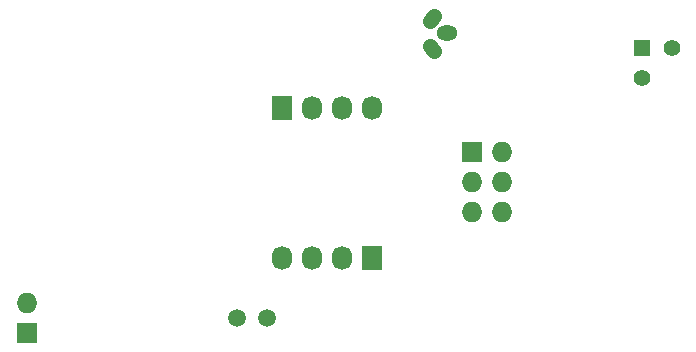
<source format=gbr>
G04 #@! TF.FileFunction,Copper,L1,Top,Signal*
%FSLAX46Y46*%
G04 Gerber Fmt 4.6, Leading zero omitted, Abs format (unit mm)*
G04 Created by KiCad (PCBNEW (2014-12-13 BZR 5321)-product) date Mon 15 Dec 2014 20:29:37 SAST*
%MOMM*%
G01*
G04 APERTURE LIST*
%ADD10C,0.100000*%
%ADD11O,1.800860X1.300480*%
%ADD12C,1.300480*%
%ADD13C,1.501140*%
%ADD14R,1.727200X1.727200*%
%ADD15O,1.727200X1.727200*%
%ADD16R,1.727200X2.032000*%
%ADD17O,1.727200X2.032000*%
%ADD18C,1.397000*%
%ADD19R,1.397000X1.397000*%
G04 APERTURE END LIST*
D10*
D11*
X162560000Y-72390000D03*
D12*
X161466911Y-70943089D02*
X161113089Y-71296911D01*
X161113089Y-73483089D02*
X161466911Y-73836911D01*
D13*
X144780000Y-96520000D03*
X147320000Y-96520000D03*
D14*
X164730000Y-82460000D03*
D15*
X167270000Y-82460000D03*
X164730000Y-85000000D03*
X167270000Y-85000000D03*
X164730000Y-87540000D03*
X167270000Y-87540000D03*
D16*
X148590000Y-78740000D03*
D17*
X151130000Y-78740000D03*
X153670000Y-78740000D03*
X156210000Y-78740000D03*
D16*
X156210000Y-91440000D03*
D17*
X153670000Y-91440000D03*
X151130000Y-91440000D03*
X148590000Y-91440000D03*
D14*
X127000000Y-97790000D03*
D15*
X127000000Y-95250000D03*
D18*
X181610000Y-73660000D03*
D19*
X179070000Y-73660000D03*
D18*
X179070000Y-76200000D03*
M02*

</source>
